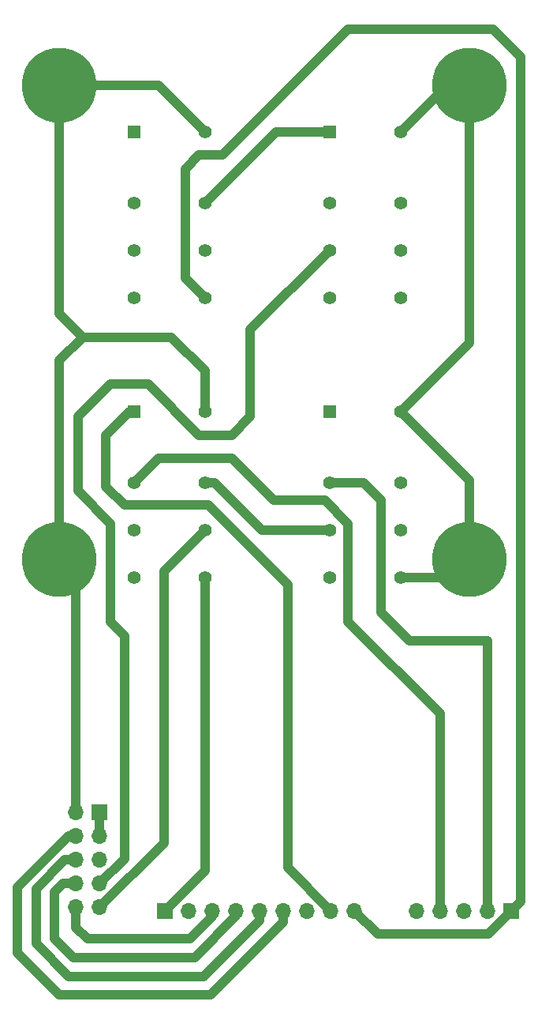
<source format=gbr>
%TF.GenerationSoftware,KiCad,Pcbnew,6.0.2+dfsg-1*%
%TF.CreationDate,2024-04-13T18:10:57-05:00*%
%TF.ProjectId,Mailbox,4d61696c-626f-4782-9e6b-696361645f70,rev?*%
%TF.SameCoordinates,Original*%
%TF.FileFunction,Copper,L1,Top*%
%TF.FilePolarity,Positive*%
%FSLAX46Y46*%
G04 Gerber Fmt 4.6, Leading zero omitted, Abs format (unit mm)*
G04 Created by KiCad (PCBNEW 6.0.2+dfsg-1) date 2024-04-13 18:10:57*
%MOMM*%
%LPD*%
G01*
G04 APERTURE LIST*
%TA.AperFunction,ComponentPad*%
%ADD10C,8.000000*%
%TD*%
%TA.AperFunction,ComponentPad*%
%ADD11R,1.400000X1.400000*%
%TD*%
%TA.AperFunction,ComponentPad*%
%ADD12C,1.400000*%
%TD*%
%TA.AperFunction,ComponentPad*%
%ADD13O,1.700000X1.700000*%
%TD*%
%TA.AperFunction,ComponentPad*%
%ADD14R,1.700000X1.700000*%
%TD*%
%TA.AperFunction,Conductor*%
%ADD15C,1.000000*%
%TD*%
G04 APERTURE END LIST*
D10*
%TO.P,H2,1,1*%
%TO.N,GND*%
X98000000Y-48000000D03*
%TD*%
D11*
%TO.P,White_Green_Relay1,1*%
%TO.N,Net-(Control_Relay1-Pad13)*%
X127000000Y-53000000D03*
D12*
%TO.P,White_Green_Relay1,4*%
%TO.N,GreenLED*%
X127000000Y-60620000D03*
%TO.P,White_Green_Relay1,6*%
%TO.N,GreenSource*%
X127000000Y-65700000D03*
%TO.P,White_Green_Relay1,8*%
%TO.N,unconnected-(White_Green_Relay1-Pad8)*%
X127000000Y-70780000D03*
%TO.P,White_Green_Relay1,9*%
%TO.N,unconnected-(White_Green_Relay1-Pad9)*%
X134620000Y-70780000D03*
%TO.P,White_Green_Relay1,11*%
%TO.N,WhiteSource*%
X134620000Y-65700000D03*
%TO.P,White_Green_Relay1,13*%
%TO.N,WhiteLED*%
X134620000Y-60620000D03*
%TO.P,White_Green_Relay1,16*%
%TO.N,GND*%
X134620000Y-53000000D03*
%TD*%
D10*
%TO.P,H1,1,1*%
%TO.N,GND*%
X98000000Y-98800000D03*
%TD*%
%TO.P,H4,1,1*%
%TO.N,GND*%
X142000000Y-98800000D03*
%TD*%
D13*
%TO.P,J1,1a,Pin_1a*%
%TO.N,GND*%
X99787700Y-125950000D03*
D14*
%TO.P,J1,1b,Pin_1b*%
%TO.N,WhiteSource*%
X102327700Y-125950000D03*
D13*
%TO.P,J1,2a,Pin_2a*%
%TO.N,WhiteDMX*%
X99787700Y-128490000D03*
%TO.P,J1,2b,Pin_2b*%
%TO.N,WhiteSource*%
X102327700Y-128490000D03*
%TO.P,J1,3a,Pin_3a*%
%TO.N,BlueDMX*%
X99787700Y-131030000D03*
%TO.P,J1,3b,Pin_3b*%
%TO.N,BlueSource*%
X102327700Y-131030000D03*
%TO.P,J1,4a,Pin_4a*%
%TO.N,GreenDMX*%
X99787700Y-133570000D03*
%TO.P,J1,4b,Pin_4b*%
%TO.N,GreenSource*%
X102327700Y-133570000D03*
%TO.P,J1,5a,Pin_5a*%
%TO.N,RedDMX*%
X99787700Y-136110000D03*
%TO.P,J1,5b,Pin_5b*%
%TO.N,RedSource*%
X102327700Y-136110000D03*
%TD*%
D14*
%TO.P,J7,1,Pin_1*%
%TO.N,+24V*%
X146500000Y-136500000D03*
D13*
%TO.P,J7,2,Pin_2*%
%TO.N,RedLED*%
X143960000Y-136500000D03*
%TO.P,J7,3,Pin_3*%
%TO.N,GreenLED*%
X141420000Y-136500000D03*
%TO.P,J7,4,Pin_4*%
%TO.N,BlueLED*%
X138880000Y-136500000D03*
%TO.P,J7,5,Pin_5*%
%TO.N,WhiteLED*%
X136340000Y-136500000D03*
%TD*%
D11*
%TO.P,Red_Relay1,1*%
%TO.N,RedSwitch*%
X106000000Y-83000000D03*
D12*
%TO.P,Red_Relay1,4*%
%TO.N,BlueLED*%
X106000000Y-90620000D03*
%TO.P,Red_Relay1,6*%
%TO.N,Net-(Blue_Relay1-Pad13)*%
X106000000Y-95700000D03*
%TO.P,Red_Relay1,8*%
%TO.N,unconnected-(Red_Relay1-Pad8)*%
X106000000Y-100780000D03*
%TO.P,Red_Relay1,9*%
%TO.N,GND*%
X113620000Y-100780000D03*
%TO.P,Red_Relay1,11*%
%TO.N,RedSource*%
X113620000Y-95700000D03*
%TO.P,Red_Relay1,13*%
%TO.N,Net-(Blue_Relay1-Pad6)*%
X113620000Y-90620000D03*
%TO.P,Red_Relay1,16*%
%TO.N,GND*%
X113620000Y-83000000D03*
%TD*%
D11*
%TO.P,Control_Relay1,1*%
%TO.N,RedSwitch*%
X106000000Y-53000000D03*
D12*
%TO.P,Control_Relay1,4*%
%TO.N,unconnected-(Control_Relay1-Pad4)*%
X106000000Y-60620000D03*
%TO.P,Control_Relay1,6*%
%TO.N,unconnected-(Control_Relay1-Pad6)*%
X106000000Y-65700000D03*
%TO.P,Control_Relay1,8*%
%TO.N,unconnected-(Control_Relay1-Pad8)*%
X106000000Y-70780000D03*
%TO.P,Control_Relay1,9*%
%TO.N,+24V*%
X113620000Y-70780000D03*
%TO.P,Control_Relay1,11*%
%TO.N,BlueSwitch*%
X113620000Y-65700000D03*
%TO.P,Control_Relay1,13*%
%TO.N,Net-(Control_Relay1-Pad13)*%
X113620000Y-60620000D03*
%TO.P,Control_Relay1,16*%
%TO.N,GND*%
X113620000Y-53000000D03*
%TD*%
D10*
%TO.P,H3,1,1*%
%TO.N,GND*%
X142000000Y-48000000D03*
%TD*%
D11*
%TO.P,Blue_Relay1,1*%
%TO.N,BlueSwitch*%
X127000000Y-83000000D03*
D12*
%TO.P,Blue_Relay1,4*%
%TO.N,RedLED*%
X127000000Y-90620000D03*
%TO.P,Blue_Relay1,6*%
%TO.N,Net-(Blue_Relay1-Pad6)*%
X127000000Y-95700000D03*
%TO.P,Blue_Relay1,8*%
%TO.N,unconnected-(Blue_Relay1-Pad8)*%
X127000000Y-100780000D03*
%TO.P,Blue_Relay1,9*%
%TO.N,GND*%
X134620000Y-100780000D03*
%TO.P,Blue_Relay1,11*%
%TO.N,BlueSource*%
X134620000Y-95700000D03*
%TO.P,Blue_Relay1,13*%
%TO.N,Net-(Blue_Relay1-Pad13)*%
X134620000Y-90620000D03*
%TO.P,Blue_Relay1,16*%
%TO.N,GND*%
X134620000Y-83000000D03*
%TD*%
D14*
%TO.P,J6,1,Pin_1*%
%TO.N,GND*%
X109350000Y-136500000D03*
D13*
%TO.P,J6,2,Pin_2*%
%TO.N,+24V*%
X111890000Y-136500000D03*
%TO.P,J6,3,Pin_3*%
%TO.N,RedDMX*%
X114430000Y-136500000D03*
%TO.P,J6,4,Pin_4*%
%TO.N,GreenDMX*%
X116970000Y-136500000D03*
%TO.P,J6,5,Pin_5*%
%TO.N,BlueDMX*%
X119510000Y-136500000D03*
%TO.P,J6,6,Pin_6*%
%TO.N,WhiteDMX*%
X122050000Y-136500000D03*
%TO.P,J6,7,Pin_7*%
%TO.N,BlueSwitch*%
X124590000Y-136500000D03*
%TO.P,J6,8,Pin_8*%
%TO.N,RedSwitch*%
X127130000Y-136500000D03*
%TO.P,J6,9,Pin_9*%
%TO.N,+24V*%
X129670000Y-136500000D03*
%TD*%
D15*
%TO.N,GND*%
X110000000Y-75000000D02*
X100500000Y-75000000D01*
X134620000Y-53000000D02*
X139620000Y-48000000D01*
X113620000Y-132230000D02*
X109350000Y-136500000D01*
X142000000Y-75620000D02*
X142000000Y-48000000D01*
X98000000Y-72500000D02*
X98000000Y-48000000D01*
X108620000Y-48000000D02*
X98000000Y-48000000D01*
X113620000Y-53000000D02*
X108620000Y-48000000D01*
X142000000Y-90380000D02*
X142000000Y-98800000D01*
X100500000Y-75000000D02*
X98000000Y-77500000D01*
X134620000Y-100780000D02*
X140020000Y-100780000D01*
X113620000Y-83000000D02*
X113620000Y-78620000D01*
X140020000Y-100780000D02*
X142000000Y-98800000D01*
X113620000Y-78620000D02*
X110000000Y-75000000D01*
X100500000Y-75000000D02*
X98000000Y-72500000D01*
X99787700Y-100587700D02*
X98000000Y-98800000D01*
X134620000Y-83000000D02*
X142000000Y-90380000D01*
X113620000Y-100780000D02*
X113620000Y-132230000D01*
X99787700Y-125950000D02*
X99787700Y-100587700D01*
X134620000Y-83000000D02*
X142000000Y-75620000D01*
X139620000Y-48000000D02*
X142000000Y-48000000D01*
X98000000Y-77500000D02*
X98000000Y-98800000D01*
%TO.N,RedLED*%
X132500000Y-104500000D02*
X135580000Y-107580000D01*
X143960000Y-107580000D02*
X143960000Y-136500000D01*
X130620000Y-90620000D02*
X132500000Y-92500000D01*
X132500000Y-92500000D02*
X132500000Y-104500000D01*
X135580000Y-107580000D02*
X143960000Y-107580000D01*
X127000000Y-90620000D02*
X130620000Y-90620000D01*
%TO.N,RedDMX*%
X99787700Y-136110000D02*
X99787700Y-138287700D01*
X101000000Y-139500000D02*
X112000000Y-139500000D01*
X112000000Y-139500000D02*
X114430000Y-137070000D01*
X99787700Y-138287700D02*
X101000000Y-139500000D01*
X114430000Y-137070000D02*
X114430000Y-136500000D01*
%TO.N,RedSwitch*%
X127130000Y-136500000D02*
X122500000Y-131870000D01*
X103000000Y-85500000D02*
X105500000Y-83000000D01*
X105500000Y-83000000D02*
X106000000Y-83000000D01*
X122500000Y-131870000D02*
X122500000Y-101500000D01*
X105000000Y-93000000D02*
X103000000Y-91000000D01*
X114000000Y-93000000D02*
X105000000Y-93000000D01*
X122500000Y-101500000D02*
X114000000Y-93000000D01*
X103000000Y-91000000D02*
X103000000Y-85500000D01*
%TO.N,WhiteDMX*%
X93500000Y-134000000D02*
X93500000Y-141000000D01*
X98000000Y-145500000D02*
X114252081Y-145500000D01*
X93500000Y-141000000D02*
X98000000Y-145500000D01*
X114252081Y-145500000D02*
X122050000Y-137702081D01*
X99010000Y-128490000D02*
X93500000Y-134000000D01*
X122050000Y-137702081D02*
X122050000Y-136500000D01*
X99787700Y-128490000D02*
X99010000Y-128490000D01*
%TO.N,BlueLED*%
X126500000Y-92500000D02*
X121000000Y-92500000D01*
X129000000Y-105500000D02*
X129000000Y-95000000D01*
X108620000Y-88000000D02*
X106000000Y-90620000D01*
X138880000Y-115380000D02*
X129000000Y-105500000D01*
X138880000Y-136500000D02*
X138880000Y-115380000D01*
X116500000Y-88000000D02*
X108620000Y-88000000D01*
X121000000Y-92500000D02*
X116500000Y-88000000D01*
X129000000Y-95000000D02*
X126500000Y-92500000D01*
%TO.N,BlueDMX*%
X119510000Y-137490000D02*
X113500000Y-143500000D01*
X99567700Y-131030000D02*
X99537700Y-131000000D01*
X113500000Y-143500000D02*
X99000000Y-143500000D01*
X99000000Y-143500000D02*
X95500000Y-140000000D01*
X98585619Y-131030000D02*
X99787700Y-131030000D01*
X95500000Y-134115619D02*
X98585619Y-131030000D01*
X95500000Y-140000000D02*
X95500000Y-134115619D01*
X119510000Y-136500000D02*
X119510000Y-137490000D01*
%TO.N,+24V*%
X147500000Y-45000000D02*
X147500000Y-135500000D01*
X132170000Y-139000000D02*
X144000000Y-139000000D01*
X129670000Y-136500000D02*
X132170000Y-139000000D01*
X111500000Y-57000000D02*
X113000000Y-55500000D01*
X147500000Y-135500000D02*
X146500000Y-136500000D01*
X111500000Y-68660000D02*
X111500000Y-57000000D01*
X113000000Y-55500000D02*
X115500000Y-55500000D01*
X115500000Y-55500000D02*
X129000000Y-42000000D01*
X144000000Y-139000000D02*
X146500000Y-136500000D01*
X129000000Y-42000000D02*
X144500000Y-42000000D01*
X144500000Y-42000000D02*
X147500000Y-45000000D01*
X113620000Y-70780000D02*
X111500000Y-68660000D01*
%TO.N,GreenDMX*%
X99500000Y-141500000D02*
X112500000Y-141500000D01*
X97500000Y-134500000D02*
X97500000Y-139500000D01*
X98430000Y-133570000D02*
X97500000Y-134500000D01*
X112500000Y-141500000D02*
X116970000Y-137030000D01*
X97500000Y-139500000D02*
X99500000Y-141500000D01*
X99787700Y-133570000D02*
X98430000Y-133570000D01*
X116970000Y-137030000D02*
X116970000Y-136500000D01*
%TO.N,Net-(Blue_Relay1-Pad6)*%
X114620000Y-90620000D02*
X113620000Y-90620000D01*
X119700000Y-95700000D02*
X114620000Y-90620000D01*
X127000000Y-95700000D02*
X119700000Y-95700000D01*
%TO.N,Net-(Control_Relay1-Pad13)*%
X127000000Y-53000000D02*
X121240000Y-53000000D01*
X121240000Y-53000000D02*
X113620000Y-60620000D01*
%TO.N,RedSource*%
X109218850Y-100101150D02*
X109218850Y-129218850D01*
X113620000Y-95700000D02*
X109218850Y-100101150D01*
X109218850Y-129218850D02*
X102327700Y-136110000D01*
%TO.N,GreenSource*%
X113000000Y-85500000D02*
X116500000Y-85500000D01*
X107500000Y-80000000D02*
X113000000Y-85500000D01*
X102327700Y-133570000D02*
X105000000Y-130897700D01*
X103500000Y-105500000D02*
X103500000Y-95000000D01*
X118500000Y-74200000D02*
X127000000Y-65700000D01*
X116500000Y-85500000D02*
X118500000Y-83500000D01*
X105000000Y-107000000D02*
X103500000Y-105500000D01*
X100000000Y-91500000D02*
X100000000Y-83500000D01*
X118500000Y-83500000D02*
X118500000Y-74200000D01*
X103500000Y-80000000D02*
X107500000Y-80000000D01*
X105000000Y-130897700D02*
X105000000Y-107000000D01*
X103500000Y-95000000D02*
X100000000Y-91500000D01*
X100000000Y-83500000D02*
X103500000Y-80000000D01*
%TO.N,WhiteSource*%
X102327700Y-128490000D02*
X102327700Y-125950000D01*
%TD*%
M02*

</source>
